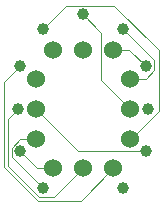
<source format=gbr>
%TF.GenerationSoftware,KiCad,Pcbnew,7.0.0*%
%TF.CreationDate,2023-07-26T19:00:40+08:00*%
%TF.ProjectId,QS-27,51532d32-372e-46b6-9963-61645f706362,rev?*%
%TF.SameCoordinates,Original*%
%TF.FileFunction,Copper,L1,Top*%
%TF.FilePolarity,Positive*%
%FSLAX46Y46*%
G04 Gerber Fmt 4.6, Leading zero omitted, Abs format (unit mm)*
G04 Created by KiCad (PCBNEW 7.0.0) date 2023-07-26 19:00:40*
%MOMM*%
%LPD*%
G01*
G04 APERTURE LIST*
%TA.AperFunction,ComponentPad*%
%ADD10C,1.524000*%
%TD*%
%TA.AperFunction,ComponentPad*%
%ADD11C,1.000000*%
%TD*%
%TA.AperFunction,Conductor*%
%ADD12C,0.100000*%
%TD*%
G04 APERTURE END LIST*
D10*
%TO.P,J1,0,0*%
%TO.N,P0*%
X151456000Y-110896000D03*
%TO.P,J1,1,1*%
%TO.N,P1*%
X151456000Y-113436000D03*
%TO.P,J1,2,2*%
%TO.N,P2*%
X152916000Y-115896000D03*
%TO.P,J1,3,3*%
%TO.N,P3*%
X155456000Y-115896000D03*
%TO.P,J1,4,4*%
%TO.N,P4*%
X157996000Y-115896000D03*
%TO.P,J1,5,5*%
%TO.N,P5*%
X159456000Y-113436000D03*
%TO.P,J1,6,6*%
%TO.N,P6*%
X159456000Y-110896000D03*
%TO.P,J1,7,7*%
%TO.N,P7*%
X159456000Y-108356000D03*
%TO.P,J1,8,8*%
%TO.N,P8*%
X157996000Y-105896000D03*
%TO.P,J1,9,9*%
%TO.N,P9*%
X155456000Y-105896000D03*
%TO.P,J1,10,10*%
%TO.N,unconnected-(J1-Pad10)*%
X152916000Y-105896000D03*
%TO.P,J1,A,A*%
%TO.N,PA*%
X151456000Y-108356000D03*
%TD*%
D11*
%TO.P,NX1,0,0*%
%TO.N,P0*%
X160756000Y-114496000D03*
%TO.P,NX1,1,1*%
%TO.N,P1*%
X152056000Y-117596000D03*
%TO.P,NX1,2,2*%
%TO.N,P2*%
X150156000Y-114496000D03*
%TO.P,NX1,3,3*%
%TO.N,P3*%
X149956000Y-110896000D03*
%TO.P,NX1,4,4*%
%TO.N,P4*%
X150156000Y-107296000D03*
%TO.P,NX1,5,5*%
%TO.N,P5*%
X152056000Y-104096000D03*
%TO.P,NX1,6,6*%
%TO.N,P6*%
X155456000Y-102896000D03*
%TO.P,NX1,7,7*%
%TO.N,P7*%
X158856000Y-104096000D03*
%TO.P,NX1,8,8*%
%TO.N,P8*%
X160756000Y-107296000D03*
%TO.P,NX1,9,9*%
%TO.N,P9*%
X160956000Y-110896000D03*
%TO.P,NX1,A,A*%
%TO.N,PA*%
X158856000Y-117596000D03*
%TD*%
D12*
%TO.N,P0*%
X155056000Y-114496000D02*
X160756000Y-114496000D01*
X151456000Y-110896000D02*
X155056000Y-114496000D01*
%TO.N,P1*%
X149406000Y-114946000D02*
X149406000Y-114185339D01*
X149406000Y-114185339D02*
X150155339Y-113436000D01*
X152056000Y-117596000D02*
X149406000Y-114946000D01*
X150155339Y-113436000D02*
X151456000Y-113436000D01*
%TO.N,P2*%
X151556000Y-115896000D02*
X150156000Y-114496000D01*
X152916000Y-115896000D02*
X151556000Y-115896000D01*
%TO.N,P3*%
X149956000Y-110896000D02*
X149106000Y-111746000D01*
X149106000Y-115706661D02*
X151745339Y-118346000D01*
X149106000Y-111746000D02*
X149106000Y-115706661D01*
X151745339Y-118346000D02*
X153006000Y-118346000D01*
X153006000Y-118346000D02*
X155456000Y-115896000D01*
%TO.N,P4*%
X148806000Y-115830925D02*
X148806000Y-108646000D01*
X148806000Y-108646000D02*
X150156000Y-107296000D01*
X155246000Y-118646000D02*
X151621075Y-118646000D01*
X151621075Y-118646000D02*
X148806000Y-115830925D01*
X157996000Y-115896000D02*
X155246000Y-118646000D01*
%TO.N,P5*%
X161848800Y-111099600D02*
X159512400Y-113436000D01*
X158076800Y-102146000D02*
X161848800Y-105918000D01*
X152056000Y-104096000D02*
X154006000Y-102146000D01*
X161848800Y-105918000D02*
X161848800Y-111099600D01*
X154006000Y-102146000D02*
X158076800Y-102146000D01*
X159512400Y-113436000D02*
X159456000Y-113436000D01*
%TO.N,P6*%
X155456000Y-102896000D02*
X156984000Y-104424000D01*
X156984000Y-104424000D02*
X156984000Y-108424000D01*
X156984000Y-108424000D02*
X159456000Y-110896000D01*
%TO.N,P7*%
X160756661Y-108356000D02*
X159456000Y-108356000D01*
X161506000Y-107606661D02*
X160756661Y-108356000D01*
X158856000Y-104096000D02*
X161506000Y-106746000D01*
X161506000Y-106746000D02*
X161506000Y-107606661D01*
%TO.N,P8*%
X159356000Y-105896000D02*
X160756000Y-107296000D01*
X157996000Y-105896000D02*
X159356000Y-105896000D01*
%TD*%
M02*

</source>
